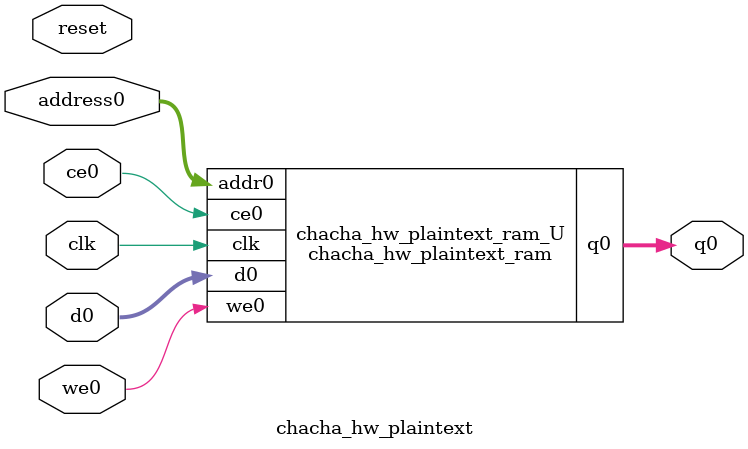
<source format=v>
`timescale 1 ns / 1 ps
module chacha_hw_plaintext_ram (addr0, ce0, d0, we0, q0,  clk);

parameter DWIDTH = 8;
parameter AWIDTH = 10;
parameter MEM_SIZE = 750;

input[AWIDTH-1:0] addr0;
input ce0;
input[DWIDTH-1:0] d0;
input we0;
output reg[DWIDTH-1:0] q0;
input clk;

(* ram_style = "block" *)reg [DWIDTH-1:0] ram[0:MEM_SIZE-1];




always @(posedge clk)  
begin 
    if (ce0) 
    begin
        if (we0) 
        begin 
            ram[addr0] <= d0; 
        end 
        q0 <= ram[addr0];
    end
end


endmodule

`timescale 1 ns / 1 ps
module chacha_hw_plaintext(
    reset,
    clk,
    address0,
    ce0,
    we0,
    d0,
    q0);

parameter DataWidth = 32'd8;
parameter AddressRange = 32'd750;
parameter AddressWidth = 32'd10;
input reset;
input clk;
input[AddressWidth - 1:0] address0;
input ce0;
input we0;
input[DataWidth - 1:0] d0;
output[DataWidth - 1:0] q0;



chacha_hw_plaintext_ram chacha_hw_plaintext_ram_U(
    .clk( clk ),
    .addr0( address0 ),
    .ce0( ce0 ),
    .we0( we0 ),
    .d0( d0 ),
    .q0( q0 ));

endmodule


</source>
